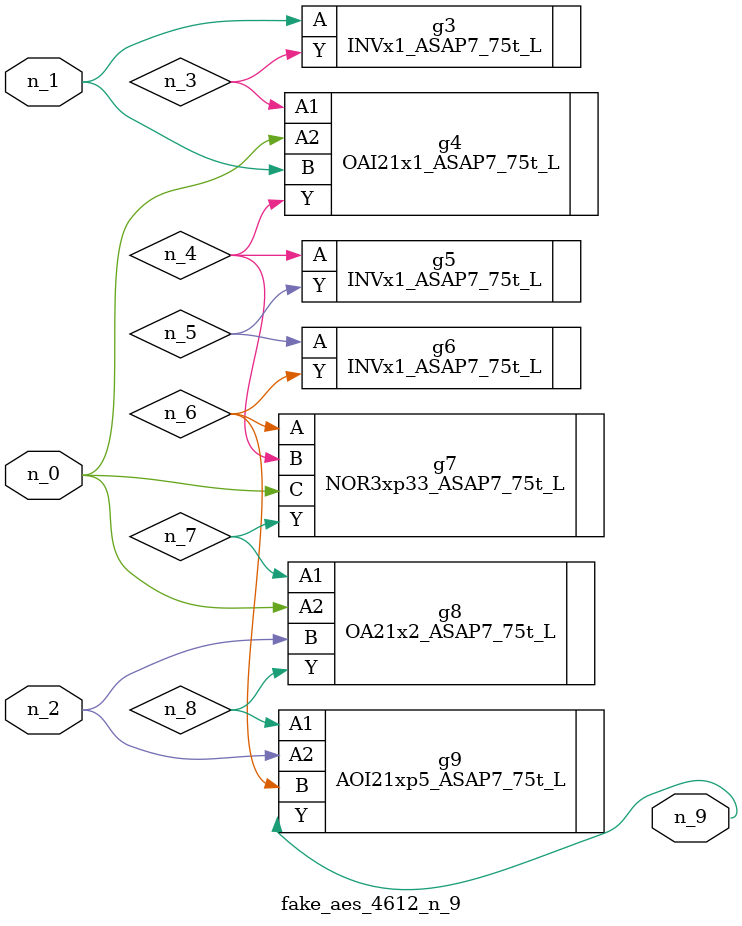
<source format=v>
module fake_aes_4612_n_9 (n_1, n_2, n_0, n_9);
input n_1;
input n_2;
input n_0;
output n_9;
wire n_6;
wire n_4;
wire n_3;
wire n_5;
wire n_7;
wire n_8;
INVx1_ASAP7_75t_L g3 ( .A(n_1), .Y(n_3) );
OAI21x1_ASAP7_75t_L g4 ( .A1(n_3), .A2(n_0), .B(n_1), .Y(n_4) );
INVx1_ASAP7_75t_L g5 ( .A(n_4), .Y(n_5) );
INVx1_ASAP7_75t_L g6 ( .A(n_5), .Y(n_6) );
NOR3xp33_ASAP7_75t_L g7 ( .A(n_6), .B(n_4), .C(n_0), .Y(n_7) );
OA21x2_ASAP7_75t_L g8 ( .A1(n_7), .A2(n_0), .B(n_2), .Y(n_8) );
AOI21xp5_ASAP7_75t_L g9 ( .A1(n_8), .A2(n_2), .B(n_6), .Y(n_9) );
endmodule
</source>
